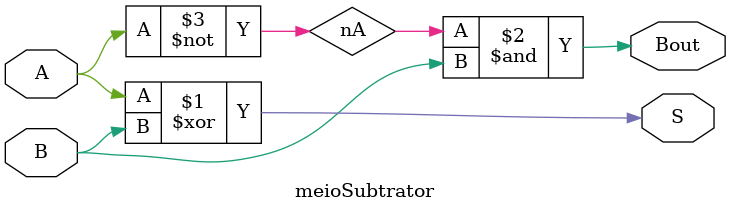
<source format=v>
module meioSubtrator (A, B, S, Bout);
    input A, B;
    output S, Bout;
	 
	 wire nA;

    xor xor0 (S, A, B);
	 not not0 (nA, A);
    and and0 (Bout, nA, B);
endmodule

</source>
